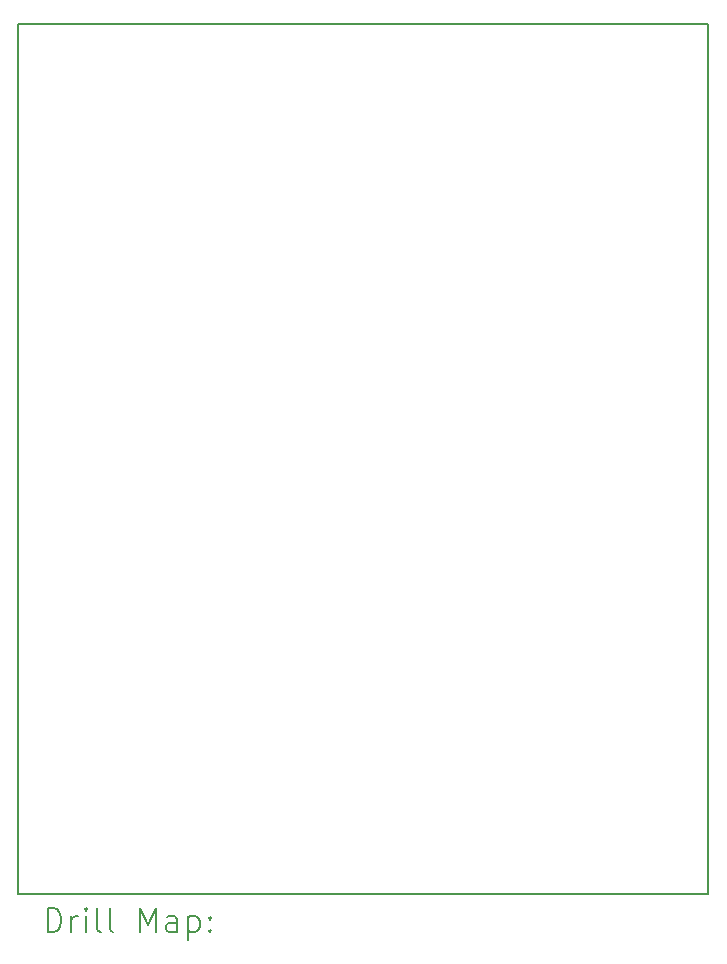
<source format=gbr>
%TF.GenerationSoftware,KiCad,Pcbnew,(6.0.8)*%
%TF.CreationDate,2022-12-02T13:55:46+01:00*%
%TF.ProjectId,xy-systeem,78792d73-7973-4746-9565-6d2e6b696361,rev?*%
%TF.SameCoordinates,Original*%
%TF.FileFunction,Drillmap*%
%TF.FilePolarity,Positive*%
%FSLAX45Y45*%
G04 Gerber Fmt 4.5, Leading zero omitted, Abs format (unit mm)*
G04 Created by KiCad (PCBNEW (6.0.8)) date 2022-12-02 13:55:46*
%MOMM*%
%LPD*%
G01*
G04 APERTURE LIST*
%ADD10C,0.200000*%
G04 APERTURE END LIST*
D10*
X11430000Y-14097000D02*
X17272000Y-14097000D01*
X17272000Y-14097000D02*
X17272000Y-6731000D01*
X17272000Y-6731000D02*
X11430000Y-6731000D01*
X11430000Y-6731000D02*
X11430000Y-14097000D01*
X11677619Y-14417476D02*
X11677619Y-14217476D01*
X11725238Y-14217476D01*
X11753809Y-14227000D01*
X11772857Y-14246048D01*
X11782381Y-14265095D01*
X11791905Y-14303190D01*
X11791905Y-14331762D01*
X11782381Y-14369857D01*
X11772857Y-14388905D01*
X11753809Y-14407952D01*
X11725238Y-14417476D01*
X11677619Y-14417476D01*
X11877619Y-14417476D02*
X11877619Y-14284143D01*
X11877619Y-14322238D02*
X11887143Y-14303190D01*
X11896667Y-14293667D01*
X11915714Y-14284143D01*
X11934762Y-14284143D01*
X12001428Y-14417476D02*
X12001428Y-14284143D01*
X12001428Y-14217476D02*
X11991905Y-14227000D01*
X12001428Y-14236524D01*
X12010952Y-14227000D01*
X12001428Y-14217476D01*
X12001428Y-14236524D01*
X12125238Y-14417476D02*
X12106190Y-14407952D01*
X12096667Y-14388905D01*
X12096667Y-14217476D01*
X12230000Y-14417476D02*
X12210952Y-14407952D01*
X12201428Y-14388905D01*
X12201428Y-14217476D01*
X12458571Y-14417476D02*
X12458571Y-14217476D01*
X12525238Y-14360333D01*
X12591905Y-14217476D01*
X12591905Y-14417476D01*
X12772857Y-14417476D02*
X12772857Y-14312714D01*
X12763333Y-14293667D01*
X12744286Y-14284143D01*
X12706190Y-14284143D01*
X12687143Y-14293667D01*
X12772857Y-14407952D02*
X12753809Y-14417476D01*
X12706190Y-14417476D01*
X12687143Y-14407952D01*
X12677619Y-14388905D01*
X12677619Y-14369857D01*
X12687143Y-14350809D01*
X12706190Y-14341286D01*
X12753809Y-14341286D01*
X12772857Y-14331762D01*
X12868095Y-14284143D02*
X12868095Y-14484143D01*
X12868095Y-14293667D02*
X12887143Y-14284143D01*
X12925238Y-14284143D01*
X12944286Y-14293667D01*
X12953809Y-14303190D01*
X12963333Y-14322238D01*
X12963333Y-14379381D01*
X12953809Y-14398428D01*
X12944286Y-14407952D01*
X12925238Y-14417476D01*
X12887143Y-14417476D01*
X12868095Y-14407952D01*
X13049048Y-14398428D02*
X13058571Y-14407952D01*
X13049048Y-14417476D01*
X13039524Y-14407952D01*
X13049048Y-14398428D01*
X13049048Y-14417476D01*
X13049048Y-14293667D02*
X13058571Y-14303190D01*
X13049048Y-14312714D01*
X13039524Y-14303190D01*
X13049048Y-14293667D01*
X13049048Y-14312714D01*
M02*

</source>
